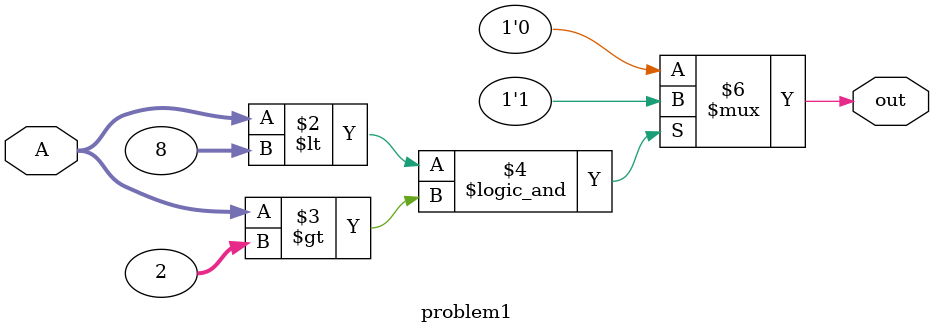
<source format=v>
module problem1 (A,out);
input [3:0] A ;
output reg  out ;

always @ (*) begin
    if (A < 8 && A > 2) begin
        out = 1'b1;
    end
    else out = 1'b0;
end
endmodule 
</source>
